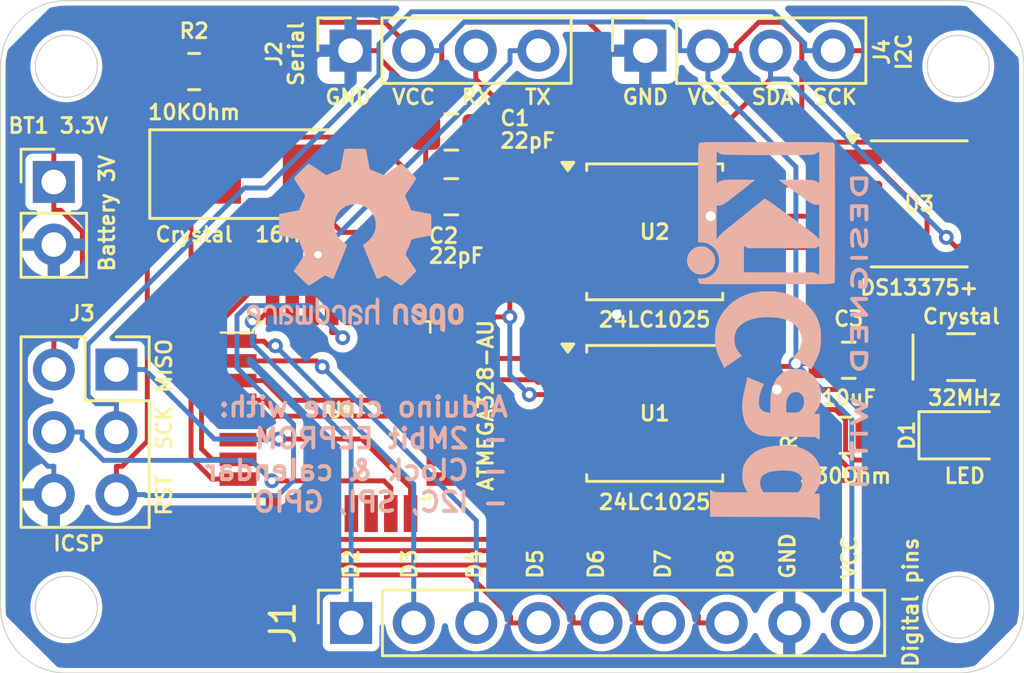
<source format=kicad_pcb>
(kicad_pcb (version 20241229) (generator "pcbnew") (generator_version "9.0")
  (title_block (title "Battery powered Arduino clone with clock &  Extended EEPROM") (date "2025-07-02") (rev "1") (company "DGN Holdings") (comment 1 "Designed by Gathonjia in Nanyuki"))
  (layers (0 "F.Cu" signal) (2 "B.Cu" mixed) (13 "F.Paste" user) (15 "B.Paste" user) (5 "F.SilkS" user "F.Silkscreen") (7 "B.SilkS" user "B.Silkscreen") (1 "F.Mask" user) (3 "B.Mask" user) (25 "Edge.Cuts" user))
  (net 0 "")
  (net 1 "GNDPWR")
  (net 2 "/VCC")
  (net 3 "Net-(U4-PB6)")
  (net 4 "Net-(U4-PB7)")
  (net 5 "Net-(D1-K)")
  (net 6 "/SCK")
  (net 7 "/D7")
  (net 8 "/D6")
  (net 9 "/D5")
  (net 10 "/D4")
  (net 11 "/D3")
  (net 12 "/D8")
  (net 13 "/D2")
  (net 14 "/RX")
  (net 15 "/TX")
  (net 16 "/MOSI")
  (net 17 "/MISO")
  (net 18 "/RESET")
  (net 19 "/SDA")
  (net 20 "/ADDS1")
  (net 21 "/ADDS2")
  (net 23 "Net-(U3-X2)")
  (net 24 "Net-(U3-X1)")
  (footprint "digikey-footprints:TQFP-32_7x7mm" (layer "F.Cu") (at 159.376 83.433)
    (property "Reference" "U4" (hide yes))
    (property "Value" "ATMEGA328-AU")
  )
  (footprint "Connector_PinSocket_2.54mm:PinSocket_2x03_P2.54mm_Vertical" (layer "F.Cu") (at 150.241 81.783)
    (property "Reference" "J3")
    (property "Value" "ICSP")
  )
  (footprint "Connector_PinSocket_2.54mm:PinSocket_1x04_P2.54mm_Vertical" (layer "F.Cu") (at 159.7447 68.834 90)
    (property "Reference" "J2")
    (property "Value" "Serial")
  )
  (footprint "Connector_PinSocket_2.54mm:PinSocket_1x04_P2.54mm_Vertical" (layer "F.Cu") (at 171.704 68.834 90)
    (property "Reference" "J4")
    (property "Value" "I2C")
  )
  (footprint "Capacitor_SMD:C_0805_2012Metric_Pad1.18x1.45mm_HandSolder" (layer "F.Cu") (at 163.83 72.136)
    (property "Reference" "C1")
    (property "Value" "22pF")
  )
  (footprint "Package_SO:SOIC-8_5.3x5.3mm_P1.27mm" (layer "F.Cu") (at 172.085 83.566)
    (property "Reference" "U1" (hide yes))
    (property "Value" "24LC1025")
  )
  (footprint "Capacitor_SMD:C_0805_2012Metric_Pad1.18x1.45mm_HandSolder" (layer "F.Cu") (at 163.83 74.7669)
    (property "Reference" "C2")
    (property "Value" "22pF")
  )
  (footprint "Crystal:Crystal_SMD_MicroCrystal_CC7V-T1A-2Pin_3.2x1.5mm" (layer "F.Cu") (at 184.517 81.28)
    (property "Reference" "Crystal")
    (property "Value" "32MHz")
  )
  (footprint "Capacitor_SMD:C_0805_2012Metric_Pad1.18x1.45mm_HandSolder" (layer "F.Cu") (at 179.958 81.407)
    (property "Reference" "C3")
    (property "Value" "10uF")
  )
  (footprint "Connector_PinHeader_2.54mm:PinHeader_1x02_P2.54mm_Vertical" (layer "F.Cu") (at 147.701 74.168)
    (property "Reference" "BT1 3.3V")
    (property "Value" "Battery 3V")
  )
  (footprint "Resistor_SMD:R_0805_2012Metric_Pad1.20x1.40mm_HandSolder" (layer "F.Cu") (at 153.3947 69.684)
    (property "Reference" "R2")
    (property "Value" "10KOhm")
  )
  (footprint "LED_SMD:LED_0805_2012Metric_Pad1.15x1.40mm_HandSolder" (layer "F.Cu") (at 184.667 84.455)
    (property "Reference" "D1")
    (property "Value" "LED")
  )
  (footprint "Crystal:Crystal_SMD_5032-2Pin_5.0x3.2mm_HandSoldering" (layer "F.Cu") (at 156.1447 73.8469)
    (property "Reference" "Y2" (hide yes))
    (property "Value" "16MHz")
  )
  (footprint "Package_SO:SOIC-8_3.9x4.9mm_P1.27mm" (layer "F.Cu") (at 182.817 75.057)
    (property "Reference" "U3" (hide yes))
    (property "Value" "DS13375+")
  )
  (footprint "Package_SO:SOIC-8_5.3x5.3mm_P1.27mm" (layer "F.Cu") (at 172.085 76.192)
    (property "Reference" "U2" (hide yes))
    (property "Value" "24LC1025")
  )
  (footprint "Connector_PinSocket_2.54mm:PinSocket_1x09_P2.54mm_Vertical" (layer "F.Cu") (at 159.766 92.075 90)
    (property "Reference" "J1")
    (property "Value" "Digital pins")
  )
  (footprint "Resistor_SMD:R_0805_2012Metric_Pad1.20x1.40mm_HandSolder" (layer "F.Cu") (at 179.831 84.455)
    (property "Reference" "R1")
    (property "Value" "330Ohm")
  )
  (footprint "Symbol:OSHW-Logo2_9.8x8mm_SilkScreen" (layer "B.Cu") (at 159.926965 76.5327 180)
    (property "Reference" "REF**" (hide yes))
    (property "Value" "OSHW-Logo2_9.8x8mm_SilkScreen" (hide yes))
  )
  (footprint "Symbol:KiCad-Logo2_6mm_SilkScreen" (layer "B.Cu") (at 176.3776 80.2132 -90)
    (property "Reference" "REF**" (hide yes))
    (property "Value" "KiCad-Logo2_6mm_SilkScreen" (hide yes))
  )
  (gr_arc (start 148.209 94.107) (mid 146.323146 93.325854) (end 145.542 91.44) (stroke (width 0.05)) (layer "Edge.Cuts"))
  (gr_circle (center 148.209 69.469) (end 149.098 70.358) (stroke (width 0.05)) (fill no) (layer "Edge.Cuts"))
  (gr_arc (start 145.542 69.469) (mid 146.323146 67.583146) (end 148.209 66.802) (stroke (width 0.05)) (layer "Edge.Cuts"))
  (gr_circle (center 184.404 69.469) (end 185.293 70.358) (stroke (width 0.05)) (fill no) (layer "Edge.Cuts"))
  (gr_line (start 184.404 94.107) (end 148.209 94.107) (stroke (width 0.05)) (layer "Edge.Cuts"))
  (gr_line (start 145.542 91.44) (end 145.542 69.469) (stroke (width 0.05)) (layer "Edge.Cuts"))
  (gr_arc (start 187.071 91.44) (mid 186.289854 93.325854) (end 184.404 94.107) (stroke (width 0.05)) (layer "Edge.Cuts"))
  (gr_line (start 148.209 66.802) (end 184.404 66.802) (stroke (width 0.05)) (layer "Edge.Cuts"))
  (gr_arc (start 184.404 66.802) (mid 186.289854 67.583146) (end 187.071 69.469) (stroke (width 0.05)) (layer "Edge.Cuts"))
  (gr_circle (center 184.404 91.44) (end 185.293 92.329) (stroke (width 0.05)) (fill no) (layer "Edge.Cuts"))
  (gr_line (start 187.071 69.469) (end 187.071 91.44) (stroke (width 0.05)) (layer "Edge.Cuts"))
  (gr_circle (center 148.209 91.44) (end 149.098 92.329) (stroke (width 0.05)) (fill no) (layer "Edge.Cuts"))
  (gr_text "D2" (at 160.1216 90.3478 90) (layer "F.SilkS") (effects (font (size 0.6 0.6) (thickness 0.12) (bold yes)) (justify left bottom)))
  (gr_text "SCK" (at 178.435 71.0692 0) (layer "F.SilkS") (effects (font (size 0.6 0.6) (thickness 0.12) (bold yes)) (justify left bottom)))
  (gr_text "TX" (at 166.751 71.0692 0) (layer "F.SilkS") (effects (font (size 0.6 0.6) (thickness 0.12) (bold yes)) (justify left bottom)))
  (gr_text "GND" (at 177.8254 90.3478 90) (layer "F.SilkS") (effects (font (size 0.6 0.6) (thickness 0.12) (bold yes)) (justify left bottom)))
  (gr_text "D8" (at 175.3108 90.3478 90) (layer "F.SilkS") (effects (font (size 0.6 0.6) (thickness 0.12) (bold yes)) (justify left bottom)))
  (gr_text "D5" (at 167.5892 90.3478 90) (layer "F.SilkS") (effects (font (size 0.6 0.6) (thickness 0.12) (bold yes)) (justify left bottom)))
  (gr_text "MISO" (at 152.527 82.804 90) (layer "F.SilkS") (effects (font (size 0.6 0.6) (thickness 0.12) (bold yes)) (justify left bottom)))
  (gr_text "RST" (at 152.527 87.7824 90) (layer "F.SilkS") (effects (font (size 0.6 0.6) (thickness 0.12) (bold yes)) (justify left bottom)))
  (gr_text "VCC" (at 161.3662 71.0692 0) (layer "F.SilkS") (effects (font (size 0.6 0.6) (thickness 0.12) (bold yes)) (justify left bottom)))
  (gr_text "RX" (at 164.1856 71.0692 0) (layer "F.SilkS") (effects (font (size 0.6 0.6) (thickness 0.12) (bold yes)) (justify left bottom)))
  (gr_text "GND" (at 158.6484 71.0692 0) (layer "F.SilkS") (effects (font (size 0.6 0.6) (thickness 0.12) (bold yes)) (justify left bottom)))
  (gr_text "D3" (at 162.4838 90.3478 90) (layer "F.SilkS") (effects (font (size 0.6 0.6) (thickness 0.12) (bold yes)) (justify left bottom)))
  (gr_text "VCC" (at 173.355 71.0692 0) (layer "F.SilkS") (effects (font (size 0.6 0.6) (thickness 0.12) (bold yes)) (justify left bottom)))
  (gr_text "SCK" (at 152.527 85.1154 90) (layer "F.SilkS") (effects (font (size 0.6 0.6) (thickness 0.12) (bold yes)) (justify left bottom)))
  (gr_text "D6" (at 170.053 90.3478 90) (layer "F.SilkS") (effects (font (size 0.6 0.6) (thickness 0.12) (bold yes)) (justify left bottom)))
  (gr_text "D7" (at 172.7708 90.3478 90) (layer "F.SilkS") (effects (font (size 0.6 0.6) (thickness 0.12) (bold yes)) (justify left bottom)))
  (gr_text "D4" (at 165.1254 90.3478 90) (layer "F.SilkS") (effects (font (size 0.6 0.6) (thickness 0.12) (bold yes)) (justify left bottom)))
  (gr_text "VCC" (at 180.34 90.3478 90) (layer "F.SilkS") (effects (font (size 0.6 0.6) (thickness 0.12) (bold yes)) (justify left bottom)))
  (gr_text "GND" (at 170.7134 71.0692 0) (layer "F.SilkS") (effects (font (size 0.6 0.6) (thickness 0.12) (bold yes)) (justify left bottom)))
  (gr_text "SDA" (at 175.9458 71.0692 0) (layer "F.SilkS") (effects (font (size 0.6 0.6) (thickness 0.12) (bold yes)) (justify left bottom)))
  (gr_text "Arduino clone with:\n- 2Mbit EEPROM\n- Clock & calendar\n- I2C, SPI, GPIO" (at 166.2203 87.6325 0) (layer "B.SilkS") (effects (font (size 0.8 0.8) (thickness 0.16) (bold yes)) (justify left bottom mirror)))
  (segment (start 156.2261 82.233) (end 157.0261 83.033) (width 0.2) (layer "F.Cu") (net 1))
  (segment (start 169.7818 85.471) (end 168.4975 85.471) (width 0.2) (layer "F.Cu") (net 1))
  (segment (start 168.4975 78.097) (end 168.4975 78.4358) (width 0.2) (layer "F.Cu") (net 1))
  (segment (start 155.176 82.233) (end 156.2261 82.233) (width 0.2) (layer "F.Cu") (net 1))
  (segment (start 170.5539 68.834) (end 169.398 67.6781) (width 0.2) (layer "F.Cu") (net 1))
  (segment (start 169.3458 82.2959) (end 167.3399 82.2959) (width 0.2) (layer "F.Cu") (net 1))
  (segment (start 162.7925 74.7669) (end 162.7925 72.136) (width 0.2) (layer "F.Cu") (net 1))
  (segment (start 171.704 68.834) (end 170.5539 68.834) (width 0.2) (layer "F.Cu") (net 1))
  (segment (start 155.176 82.233) (end 154.1259 82.233) (width 0.2) (layer "F.Cu") (net 1))
  (segment (start 175.6725 75.557) (end 174.3524 75.557) (width 0.2) (layer "F.Cu") (net 1))
  (segment (start 177.0409 82.5958) (end 179.8067 82.5958) (width 0.2) (layer "F.Cu") (net 1))
  (segment (start 163.4449 68.5792) (end 163.4449 69.9842) (width 0.2) (layer "F.Cu") (net 1))
  (segment (start 159.7447 68.834) (end 160.8948 68.834) (width 0.2) (layer "F.Cu") (net 1))
  (segment (start 162.7925 70.6366) (end 162.7925 72.136) (width 0.2) (layer "F.Cu") (net 1))
  (segment (start 165.7013 82.2003) (end 164.8686 83.033) (width 0.2) (layer "F.Cu") (net 1))
  (segment (start 180.831 84.455) (end 180.831 83.6201) (width 0.2) (layer "F.Cu") (net 1))
  (segment (start 155.176 83.833) (end 154.1259 83.833) (width 0.2) (layer "F.Cu") (net 1))
  (segment (start 177.0409 82.5958) (end 176.0077 82.5958) (width 0.2) (layer "F.Cu") (net 1))
  (segment (start 167.3399 82.2959) (end 167.2443 82.2003) (width 0.2) (layer "F.Cu") (net 1))
  (segment (start 167.2443 82.2003) (end 165.7013 82.2003) (width 0.2) (layer "F.Cu") (net 1))
  (segment (start 164.8686 83.033) (end 163.576 83.033) (width 0.2) (layer "F.Cu") (net 1))
  (segment (start 180.342 76.962) (end 179.6794 76.962) (width 0.2) (layer "F.Cu") (net 1))
  (segment (start 164.346 67.6781) (end 163.4449 68.5792) (width 0.2) (layer "F.Cu") (net 1))
  (segment (start 179.8067 82.5958) (end 180.9955 81.407) (width 0.2) (layer "F.Cu") (net 1))
  (segment (start 175.6725 82.931) (end 172.3218 82.931) (width 0.2) (layer "F.Cu") (net 1))
  (segment (start 157.0261 83.033) (end 163.576 83.033) (width 0.2) (layer "F.Cu") (net 1))
  (segment (start 176.0077 82.5958) (end 175.6725 82.931) (width 0.2) (layer "F.Cu") (net 1))
  (segment (start 163.4449 69.9842) (end 162.7925 70.6366) (width 0.2) (layer "F.Cu") (net 1))
  (segment (start 180.831 83.6201) (end 179.8067 82.5958) (width 0.2) (layer "F.Cu") (net 1))
  (segment (start 169.6108 79.5491) (end 170.5401 79.5491) (width 0.2) (layer "F.Cu") (net 1))
  (segment (start 179.6794 76.962) (end 178.2744 75.557) (width 0.2) (layer "F.Cu") (net 1))
  (segment (start 169.6108 79.5491) (end 169.6108 82.0309) (width 0.2) (layer "F.Cu") (net 1))
  (segment (start 172.3218 82.931) (end 169.7818 85.471) (width 0.2) (layer "F.Cu") (net 1))
  (segment (start 168.4975 78.4358) (end 169.6108 79.5491) (width 0.2) (layer "F.Cu") (net 1))
  (segment (start 160.8948 69.1215) (end 160.8948 68.834) (width 0.2) (layer "F.Cu") (net 1))
  (segment (start 169.6108 82.0309) (end 169.3458 82.2959) (width 0.2) (layer "F.Cu") (net 1))
  (segment (start 154.1259 82.233) (end 154.1259 83.833) (width 0.2) (layer "F.Cu") (net 1))
  (segment (start 178.2744 75.557) (end 175.6725 75.557) (width 0.2) (layer "F.Cu") (net 1))
  (segment (start 169.398 67.6781) (end 164.346 67.6781) (width 0.2) (layer "F.Cu") (net 1))
  (segment (start 162.4099 70.6366) (end 160.8948 69.1215) (width 0.2) (layer "F.Cu") (net 1))
  (segment (start 162.7925 70.6366) (end 162.4099 70.6366) (width 0.2) (layer "F.Cu") (net 1))
  (via (at 174.3524 75.557) (size 0.6) (drill 0.4) (layers "F.Cu" "B.Cu") (net 1))
  (via (at 170.5401 79.5491) (size 0.6) (drill 0.4) (layers "F.Cu" "B.Cu") (net 1))
  (via (at 177.0409 82.5958) (size 0.6) (drill 0.4) (layers "F.Cu" "B.Cu") (net 1))
  (segment (start 171.704 72.9086) (end 171.704 68.834) (width 0.2) (layer "B.Cu") (net 1))
  (segment (start 174.3524 75.557) (end 171.704 72.9086) (width 0.2) (layer "B.Cu") (net 1))
  (segment (start 174.3524 79.5491) (end 170.5401 79.5491) (width 0.2) (layer "B.Cu") (net 1))
  (segment (start 147.701 77.8581) (end 146.546 79.0131) (width 0.2) (layer "B.Cu") (net 1))
  (segment (start 147.4627 85.7129) (end 147.701 85.7129) (width 0.2) (layer "B.Cu") (net 1))
  (segment (start 146.546 84.7962) (end 147.4627 85.7129) (width 0.2) (layer "B.Cu") (net 1))
  (segment (start 158.5946 68.834) (end 150.7206 76.708) (width 0.2) (layer "B.Cu") (net 1))
  (segment (start 150.7206 76.708) (end 147.701 76.708) (width 0.2) (layer "B.Cu") (net 1))
  (segment (start 177.546 92.075) (end 177.546 83.1009) (width 0.2) (layer "B.Cu") (net 1))
  (segment (start 177.546 83.1009) (end 177.0409 82.5958) (width 0.2) (layer "B.Cu") (net 1))
  (segment (start 159.7447 68.834) (end 158.5946 68.834) (width 0.2) (layer "B.Cu") (net 1))
  (segment (start 174.3524 75.557) (end 174.3524 79.5491) (width 0.2) (layer "B.Cu") (net 1))
  (segment (start 177.0409 82.2376) (end 174.3524 79.5491) (width 0.2) (layer "B.Cu") (net 1))
  (segment (start 177.0409 82.5958) (end 177.0409 82.2376) (width 0.2) (layer "B.Cu") (net 1))
  (segment (start 147.701 86.863) (end 147.701 85.7129) (width 0.2) (layer "B.Cu") (net 1))
  (segment (start 147.701 76.708) (end 147.701 77.8581) (width 0.2) (layer "B.Cu") (net 1))
  (segment (start 146.546 79.0131) (end 146.546 84.7962) (width 0.2) (layer "B.Cu") (net 1))
  (segment (start 147.701 74.168) (end 147.701 75.3181) (width 0.2) (layer "F.Cu") (net 2))
  (segment (start 178.054 71.3262) (end 178.054 68.4729) (width 0.2) (layer "F.Cu") (net 2))
  (segment (start 178.7848 81.5427) (end 177.8144 81.5427) (width 0.2) (layer "F.Cu") (net 2))
  (segment (start 163.576 83.833) (end 162.5259 83.833) (width 0.2) (layer "F.Cu") (net 2))
  (segment (start 164.6261 84.1493) (end 164.6778 84.201) (width 0.2) (layer "F.Cu") (net 2))
  (segment (start 162.5259 83.833) (end 162.3693 83.6764) (width 0.2) (layer "F.Cu") (net 2))
  (segment (start 151.8182 68.6768) (end 147.701 72.794) (width 0.2) (layer "F.Cu") (net 2))
  (segment (start 148.8591 79.4748) (end 147.701 80.6329) (width 0.2) (layer "F.Cu") (net 2))
  (segment (start 174.244 68.834) (end 175.3941 68.834) (width 0.2) (layer "F.Cu") (net 2))
  (segment (start 168.4975 76.827) (end 168.6968 76.827) (width 0.2) (layer "F.Cu") (net 2))
  (segment (start 168.4975 84.201) (end 164.6778 84.201) (width 0.2) (layer "F.Cu") (net 2))
  (segment (start 154.3947 69.684) (end 153.3875 68.6768) (width 0.2) (layer "F.Cu") (net 2))
  (segment (start 164.6778 85.3813) (end 164.6261 85.433) (width 0.2) (layer "F.Cu") (net 2))
  (segment (start 162.2847 68.834) (end 161.1345 67.6838) (width 0.2) (layer "F.Cu") (net 2))
  (segment (start 184.6901 72.5501) (end 185.292 73.152) (width 0.2) (layer "F.Cu") (net 2))
  (segment (start 147.701 81.783) (end 147.701 80.6329) (width 0.2) (layer "F.Cu") (net 2))
  (segment (start 171.3626 79.4928) (end 171.3626 81.661) (width 0.2) (layer "F.Cu") (net 2))
  (segment (start 163.576 83.833) (end 164.6261 83.833) (width 0.2) (layer "F.Cu") (net 2))
  (segment (start 156.6921 83.499) (end 156.2261 83.033) (width 0.2) (layer "F.Cu") (net 2))
  (segment (start 155.176 84.633) (end 156.2261 84.633) (width 0.2) (layer "F.Cu") (net 2))
  (segment (start 178.422 73.406) (end 179.2779 72.5501) (width 0.2) (layer "F.Cu") (net 2))
  (segment (start 176.306 67.6838) (end 175.3941 68.5957) (width 0.2) (layer "F.Cu") (net 2))
  (segment (start 179.827 75.692) (end 178.422 74.287) (width 0.2) (layer "F.Cu") (net 2))
  (segment (start 177.6961 81.661) (end 175.6725 81.661) (width 0.2) (layer "F.Cu") (net 2))
  (segment (start 164.6261 83.833) (end 164.6261 84.1493) (width 0.2) (layer "F.Cu") (net 2))
  (segment (start 177.8144 81.5427) (end 177.6961 81.661) (width 0.2) (layer "F.Cu") (net 2))
  (segment (start 153.3875 68.6768) (end 151.8182 68.6768) (width 0.2) (layer "F.Cu") (net 2))
  (segment (start 161.1345 67.6838) (end 156.3949 67.6838) (width 0.2) (layer "F.Cu") (net 2))
  (segment (start 164.6778 84.201) (end 164.6778 85.3813) (width 0.2) (layer "F.Cu") (net 2))
  (segment (start 147.701 75.3181) (end 147.9885 75.3181) (width 0.2) (layer "F.Cu") (net 2))
  (segment (start 168.8226 84.201) (end 168.4975 84.201) (width 0.2) (layer "F.Cu") (net 2))
  (segment (start 178.422 74.287) (end 178.422 73.406) (width 0.2) (layer "F.Cu") (net 2))
  (segment (start 178.9205 81.407) (end 178.7848 81.5427) (width 0.2) (layer "F.Cu") (net 2))
  (segment (start 156.2261 84.1424) (end 156.2261 84.633) (width 0.2) (layer "F.Cu") (net 2))
  (segment (start 147.701 72.794) (end 147.701 74.168) (width 0.2) (layer "F.Cu") (net 2))
  (segment (start 162.3693 83.6764) (end 156.6921 83.6764) (width 0.2) (layer "F.Cu") (net 2))
  (segment (start 179.2779 72.5501) (end 178.054 71.3262) (width 0.2) (layer "F.Cu") (net 2))
  (segment (start 148.8591 76.1887) (end 148.8591 79.4748) (width 0.2) (layer "F.Cu") (net 2))
  (segment (start 155.176 83.033) (end 156.2261 83.033) (width 0.2) (layer "F.Cu") (net 2))
  (segment (start 156.6921 83.6764) (end 156.6921 83.499) (width 0.2) (layer "F.Cu") (net 2))
  (segment (start 179.2779 72.5501) (end 184.6901 72.5501) (width 0.2) (layer "F.Cu") (net 2))
  (segment (start 177.2649 67.6838) (end 176.306 67.6838) (width 0.2) (layer "F.Cu") (net 2))
  (segment (start 171.3626 81.661) (end 168.8226 84.201) (width 0.2) (layer "F.Cu") (net 2))
  (segment (start 156.6921 83.6764) (end 156.2261 84.1424) (width 0.2) (layer "F.Cu") (net 2))
  (segment (start 178.422 74.287) (end 175.6725 74.287) (width 0.2) (layer "F.Cu") (net 2))
  (segment (start 147.9885 75.3181) (end 148.8591 76.1887) (width 0.2) (layer "F.Cu") (net 2))
  (segment (start 168.6968 76.827) (end 171.3626 79.4928) (width 0.2) (layer "F.Cu") (net 2))
  (segment (start 156.3949 67.6838) (end 154.3947 69.684) (width 0.2) (layer "F.Cu") (net 2))
  (segment (start 175.3941 68.5957) (end 175.3941 68.834) (width 0.2) (layer "F.Cu") (net 2))
  (segment (start 175.6725 81.661) (end 171.3626 81.661) (width 0.2) (layer "F.Cu") (net 2))
  (segment (start 178.054 68.4729) (end 177.2649 67.6838) (width 0.2) (layer "F.Cu") (net 2))
  (segment (start 163.576 85.433) (end 164.6261 85.433) (width 0.2) (layer "F.Cu") (net 2))
  (segment (start 180.342 75.692) (end 179.827 75.692) (width 0.2) (layer "F.Cu") (net 2))
  (via (at 177.8144 81.5427) (size 0.6) (drill 0.4) (layers "F.Cu" "B.Cu") (net 2))
  (segment (start 177.8144 81.5427) (end 177.8144 73.5545) (width 0.2) (layer "B.Cu") (net 2))
  (segment (start 180.086 83.8143) (end 177.8144 81.5427) (width 0.2) (layer "B.Cu") (net 2))
  (segment (start 177.8144 73.5545) (end 174.244 69.9841) (width 0.2) (layer "B.Cu") (net 2))
  (segment (start 174.244 68.834) (end 174.244 69.9841) (width 0.2) (layer "B.Cu") (net 2))
  (segment (start 174.244 68.834) (end 173.0939 68.834) (width 0.2) (layer "B.Cu") (net 2))
  (segment (start 180.086 90.9249) (end 180.086 83.8143) (width 0.2) (layer "B.Cu") (net 2))
  (segment (start 180.086 92.075) (end 180.086 90.9249) (width 0.2) (layer "B.Cu") (net 2))
  (segment (start 163.4348 68.5957) (end 163.4348 68.834) (width 0.2) (layer "B.Cu") (net 2))
  (segment (start 173.0939 68.834) (end 173.0939 68.0433) (width 0.2) (layer "B.Cu") (net 2))
  (segment (start 172.7195 67.6689) (end 164.3616 67.6689) (width 0.2) (layer "B.Cu") (net 2))
  (segment (start 173.0939 68.0433) (end 172.7195 67.6689) (width 0.2) (layer "B.Cu") (net 2))
  (segment (start 162.2847 68.834) (end 163.4348 68.834) (width 0.2) (layer "B.Cu") (net 2))
  (segment (start 164.3616 67.6689) (end 163.4348 68.5957) (width 0.2) (layer "B.Cu") (net 2))
  (segment (start 158.7447 75.5682) (end 153.6948 80.6181) (width 0.2) (layer "F.Cu") (net 3))
  (segment (start 153.6948 80.6181) (end 153.6948 85.0019) (width 0.2) (layer "F.Cu") (net 3))
  (segment (start 155.176 85.433) (end 154.1259 85.433) (width 0.2) (layer "F.Cu") (net 3))
  (segment (start 159.3896 76.2131) (end 158.7447 75.5682) (width 0.2) (layer "F.Cu") (net 3))
  (segment (start 158.7447 73.8469) (end 158.7447 75.347) (width 0.2) (layer "F.Cu") (net 3))
  (segment (start 165.0151 76.2131) (end 159.3896 76.2131) (width 0.2) (layer "F.Cu") (net 3))
  (segment (start 158.7447 75.347) (end 158.7447 75.5682) (width 0.2) (layer "F.Cu") (net 3))
  (segment (start 153.6948 85.0019) (end 154.1259 85.433) (width 0.2) (layer "F.Cu") (net 3))
  (segment (start 165.7636 75.4646) (end 165.0151 76.2131) (width 0.2) (layer "F.Cu") (net 3))
  (segment (start 165.7636 73.0321) (end 165.7636 75.4646) (width 0.2) (layer "F.Cu") (net 3))
  (segment (start 164.8675 72.136) (end 165.7636 73.0321) (width 0.2) (layer "F.Cu") (net 3))
  (segment (start 153.5447 75.347) (end 153.2692 75.6225) (width 0.2) (layer "F.Cu") (net 4))
  (segment (start 160.6409 72.3468) (end 153.5447 72.3468) (width 0.2) (layer "F.Cu") (net 4))
  (segment (start 153.5447 73.8469) (end 153.5447 75.347) (width 0.2) (layer "F.Cu") (net 4))
  (segment (start 164.8675 74.7669) (end 163.8314 75.803) (width 0.2) (layer "F.Cu") (net 4))
  (segment (start 161.9038 73.6097) (end 160.6409 72.3468) (width 0.2) (layer "F.Cu") (net 4))
  (segment (start 153.2692 85.3763) (end 154.1259 86.233) (width 0.2) (layer "F.Cu") (net 4))
  (segment (start 153.2692 75.6225) (end 153.2692 85.3763) (width 0.2) (layer "F.Cu") (net 4))
  (segment (start 155.176 86.233) (end 154.1259 86.233) (width 0.2) (layer "F.Cu") (net 4))
  (segment (start 153.5447 73.8469) (end 153.5447 72.3468) (width 0.2) (layer "F.Cu") (net 4))
  (segment (start 162.2318 75.803) (end 161.9038 75.475) (width 0.2) (layer "F.Cu") (net 4))
  (segment (start 161.9038 75.475) (end 161.9038 73.6097) (width 0.2) (layer "F.Cu") (net 4))
  (segment (start 163.8314 75.803) (end 162.2318 75.803) (width 0.2) (layer "F.Cu") (net 4))
  (segment (start 178.831 84.455) (end 178.831 84.6672) (width 0.2) (layer "F.Cu") (net 5))
  (segment (start 182.2337 85.8633) (end 183.642 84.455) (width 0.2) (layer "F.Cu") (net 5))
  (segment (start 180.0271 85.8633) (end 182.2337 85.8633) (width 0.2) (layer "F.Cu") (net 5))
  (segment (start 178.831 84.6672) (end 180.0271 85.8633) (width 0.2) (layer "F.Cu") (net 5))
  (segment (start 185.692 82.5211) (end 185.692 84.455) (width 0.2) (layer "F.Cu") (net 6))
  (segment (start 185.72 75.692) (end 186.6151 74.7969) (width 0.2) (layer "F.Cu") (net 6))
  (segment (start 186.3502 82.5211) (end 185.692 82.5211) (width 0.2) (layer "F.Cu") (net 6))
  (segment (start 185.292 75.692) (end 185.72 75.692) (width 0.2) (layer "F.Cu") (net 6))
  (segment (start 186.5695 82.3018) (end 186.3502 82.5211) (width 0.2) (layer "F.Cu") (net 6))
  (segment (start 180.2519 78.4107) (end 180.0057 78.4107) (width 0.2) (layer "F.Cu") (net 6))
  (segment (start 185.72 75.692) (end 186.5695 76.5415) (width 0.2) (layer "F.Cu") (net 6))
  (segment (start 163.576 86.233) (end 164.6261 86.233) (width 0.2) (layer "F.Cu") (net 6))
  (segment (start 182.4668 80.6256) (end 180.2519 78.4107) (width 0.2) (layer "F.Cu") (net 6))
  (segment (start 176.8769 86.2877) (end 176.7857 86.1965) (width 0.2) (layer "F.Cu") (net 6))
  (segment (start 186.6151 74.7969) (end 186.6151 72.8616) (width 0.2) (layer "F.Cu") (net 6))
  (segment (start 176.7857 86.1965) (end 176.7857 85.0439) (width 0.2) (layer "F.Cu") (net 6))
  (segment (start 182.8293 71.1892) (end 180.4741 68.834) (width 0.2) (layer "F.Cu") (net 6))
  (segment (start 185.692 84.455) (end 183.8593 86.2877) (width 0.2) (layer "F.Cu") (net 6))
  (segment (start 180.0057 78.4107) (end 178.422 76.827) (width 0.2) (layer "F.Cu") (net 6))
  (segment (start 182.6027 82.5211) (end 182.4668 82.3852) (width 0.2) (layer "F.Cu") (net 6))
  (segment (start 179.324 68.834) (end 180.4741 68.834) (width 0.2) (layer "F.Cu") (net 6))
  (segment (start 182.4668 82.3852) (end 182.4668 80.6256) (width 0.2) (layer "F.Cu") (net 6))
  (segment (start 164.6626 86.1965) (end 164.6261 86.233) (width 0.2) (layer "F.Cu") (net 6))
  (segment (start 176.7857 86.1965) (end 164.6626 86.1965) (width 0.2) (layer "F.Cu") (net 6))
  (segment (start 186.6151 72.8616) (end 184.9427 71.1892) (width 0.2) (layer "F.Cu") (net 6))
  (segment (start 184.9427 71.1892) (end 182.8293 71.1892) (width 0.2) (layer "F.Cu") (net 6))
  (segment (start 186.5695 76.5415) (end 186.5695 82.3018) (width 0.2) (layer "F.Cu") (net 6))
  (segment (start 175.9428 84.201) (end 175.6725 84.201) (width 0.2) (layer "F.Cu") (net 6))
  (segment (start 176.7857 85.0439) (end 175.9428 84.201) (width 0.2) (layer "F.Cu") (net 6))
  (segment (start 178.422 76.827) (end 175.6725 76.827) (width 0.2) (layer "F.Cu") (net 6))
  (segment (start 183.8593 86.2877) (end 176.8769 86.2877) (width 0.2) (layer "F.Cu") (net 6))
  (segment (start 185.692 82.5211) (end 182.6027 82.5211) (width 0.2) (layer "F.Cu") (net 6))
  (segment (start 176.8836 67.2562) (end 162.2132 67.2562) (width 0.2) (layer "B.Cu") (net 6))
  (segment (start 179.324 68.834) (end 178.1739 68.834) (width 0.2) (layer "B.Cu") (net 6))
  (segment (start 160.8949 69.8225) (end 156.3056 74.4118) (width 0.2) (layer "B.Cu") (net 6))
  (segment (start 155.4352 74.4118) (end 149.0908 80.7562) (width 0.2) (layer "B.Cu") (net 6))
  (segment (start 178.1739 68.834) (end 178.1739 68.5465) (width 0.2) (layer "B.Cu") (net 6))
  (segment (start 178.1739 68.5465) (end 176.8836 67.2562) (width 0.2) (layer "B.Cu") (net 6))
  (segment (start 156.3056 74.4118) (end 155.4352 74.4118) (width 0.2) (layer "B.Cu") (net 6))
  (segment (start 150.241 84.323) (end 150.241 83.1729) (width 0.2) (layer "B.Cu") (net 6))
  (segment (start 162.2132 67.2562) (end 160.8949 68.5745) (width 0.2) (layer "B.Cu") (net 6))
  (segment (start 149.0908 82.836) (end 149.4277 83.1729) (width 0.2) (layer "B.Cu") (net 6))
  (segment (start 149.4277 83.1729) (end 150.241 83.1729) (width 0.2) (layer "B.Cu") (net 6))
  (segment (start 160.8949 68.5745) (end 160.8949 69.8225) (width 0.2) (layer "B.Cu") (net 6))
  (segment (start 149.0908 80.7562) (end 149.0908 82.836) (width 0.2) (layer "B.Cu") (net 6))
  (segment (start 158.176 87.633) (end 158.176 88.6831) (width 0.2) (layer "F.Cu") (net 7))
  (segment (start 172.466 92.075) (end 171.3159 92.075) (width 0.2) (layer "F.Cu") (net 7))
  (segment (start 171.3159 91.7875) (end 171.3159 92.075) (width 0.2) (layer "F.Cu") (net 7))
  (segment (start 168.6704 89.142) (end 171.3159 91.7875) (width 0.2) (layer "F.Cu") (net 7))
  (segment (start 158.176 88.6831) (end 158.6349 89.142) (width 0.2) (layer "F.Cu") (net 7))
  (segment (start 158.6349 89.142) (end 168.6704 89.142) (width 0.2) (layer "F.Cu") (net 7))
  (segment (start 168.7759 91.8119) (end 168.7759 92.075) (width 0.2) (layer "F.Cu") (net 8))
  (segment (start 169.926 92.075) (end 168.7759 92.075) (width 0.2) (layer "F.Cu") (net 8))
  (segment (start 157.376 87.633) (end 157.376 88.6831) (width 0.2) (layer "F.Cu") (net 8))
  (segment (start 157.376 88.6831) (end 158.4175 89.7246) (width 0.2) (layer "F.Cu") (net 8))
  (segment (start 158.4175 89.7246) (end 166.6886 89.7246) (width 0.2) (layer "F.Cu") (net 8))
  (segment (start 166.6886 89.7246) (end 168.7759 91.8119) (width 0.2) (layer "F.Cu") (net 8))
  (segment (start 164.5464 90.1247) (end 158.0176 90.1247) (width 0.2) (layer "F.Cu") (net 9))
  (segment (start 167.386 92.075) (end 166.2359 92.075) (width 0.2) (layer "F.Cu") (net 9))
  (segment (start 158.0176 90.1247) (end 156.576 88.6831) (width 0.2) (layer "F.Cu") (net 9))
  (segment (start 156.576 87.633) (end 156.576 88.6831) (width 0.2) (layer "F.Cu") (net 9))
  (segment (start 166.2359 92.075) (end 166.2359 91.8142) (width 0.2) (layer "F.Cu") (net 9))
  (segment (start 166.2359 91.8142) (end 164.5464 90.1247) (width 0.2) (layer "F.Cu") (net 9))
  (segment (start 158.3561 81.433) (end 155.176 81.433) (width 0.2) (layer "F.Cu") (net 10))
  (segment (start 158.5947 81.6716) (end 158.3561 81.433) (width 0.2) (layer "F.Cu") (net 10))
  (via (at 158.5947 81.6716) (size 0.6) (drill 0.3) (layers "F.Cu" "B.Cu") (net 10))
  (segment (start 164.846 92.075) (end 164.846 87.9229) (width 0.2) (layer "B.Cu") (net 10))
  (segment (start 164.846 87.9229) (end 158.5947 81.6716) (width 0.2) (layer "B.Cu") (net 10))
  (segment (start 156.6926 80.8199) (end 156.413 80.8199) (width 0.2) (layer "F.Cu") (net 11))
  (segment (start 156.413 80.8199) (end 156.2261 80.633) (width 0.2) (layer "F.Cu") (net 11))
  (segment (start 155.176 80.633) (end 156.2261 80.633) (width 0.2) (layer "F.Cu") (net 11))
  (via (at 156.6926 80.8199) (size 0.6) (drill 0.3) (layers "F.Cu" "B.Cu") (net 11))
  (segment (start 162.306 92.075) (end 162.306 86.4333) (width 0.2) (layer "B.Cu") (net 11))
  (segment (start 162.306 86.4333) (end 156.6926 80.8199) (width 0.2) (layer "B.Cu") (net 11))
  (segment (start 173.8559 92.075) (end 173.8559 91.7875) (width 0.2) (layer "F.Cu") (net 12))
  (segment (start 158.976 87.633) (end 158.976 88.6831) (width 0.2) (layer "F.Cu") (net 12))
  (segment (start 170.7515 88.6831) (end 158.976 88.6831) (width 0.2) (layer "F.Cu") (net 12))
  (segment (start 173.8559 91.7875) (end 170.7515 88.6831) (width 0.2) (layer "F.Cu") (net 12))
  (segment (start 175.006 92.075) (end 173.8559 92.075) (width 0.2) (layer "F.Cu") (net 12))
  (segment (start 155.7553 79.8368) (end 155.9722 79.8368) (width 0.2) (layer "F.Cu") (net 13))
  (segment (start 155.9722 79.8368) (end 156.576 79.233) (width 0.2) (layer "F.Cu") (net 13))
  (via (at 155.7553 79.8368) (size 0.6) (drill 0.3) (layers "F.Cu" "B.Cu") (net 13))
  (segment (start 159.7659 84.7417) (end 159.7659 90.9249) (width 0.2) (layer "B.Cu") (net 13))
  (segment (start 155.7553 80.7311) (end 159.7659 84.7417) (width 0.2) (layer "B.Cu") (net 13))
  (segment (start 159.766 92.075) (end 159.766 90.9249) (width 0.2) (layer "B.Cu") (net 13))
  (segment (start 155.7553 79.8368) (end 155.7553 80.7311) (width 0.2) (layer "B.Cu") (net 13))
  (segment (start 159.7659 90.9249) (end 159.766 90.9249) (width 0.2) (layer "B.Cu") (net 13))
  (segment (start 164.8247 68.834) (end 164.8247 69.9841) (width 0.2) (layer "F.Cu") (net 14))
  (segment (start 165.0928 76.7013) (end 160.0469 76.7013) (width 0.2) (layer "F.Cu") (net 14))
  (segment (start 166.1711 71.3305) (end 166.1711 75.623) (width 0.2) (layer "F.Cu") (net 14))
  (segment (start 164.8247 69.9841) (end 166.1711 71.3305) (width 0.2) (layer "F.Cu") (net 14))
  (segment (start 166.1711 75.623) (end 165.0928 76.7013) (width 0.2) (layer "F.Cu") (net 14))
  (segment (start 162.5896 76.5514) (end 161.108 78.033) (width 0.2) (layer "F.Cu") (net 14))
  (segment (start 158.176 79.233) (end 158.176 78.1829) (width 0.2) (layer "F.Cu") (net 14))
  (segment (start 158.5653 78.1829) (end 158.176 78.1829) (width 0.2) (layer "F.Cu") (net 14))
  (segment (start 157.376 78.1663) (end 157.376 79.233) (width 0.2) (layer "F.Cu") (net 15))
  (segment (start 158.4203 77.122) (end 157.376 78.1663) (width 0.2) (layer "F.Cu") (net 15))
  (via (at 158.4203 77.122) (size 0.6) (drill 0.3) (layers "F.Cu" "B.Cu") (net 15))
  (segment (start 167.3647 68.834) (end 166.2146 68.834) (width 0.2) (layer "B.Cu") (net 15))
  (segment (start 166.2146 68.834) (end 166.2146 69.3277) (width 0.2) (layer "B.Cu") (net 15))
  (segment (start 166.2146 69.3277) (end 158.4203 77.122) (width 0.2) (layer "B.Cu") (net 15))
  (segment (start 161.376 87.633) (end 161.376 86.5829) (width 0.2) (layer "F.Cu") (net 16))
  (segment (start 161.0968 86.3037) (end 161.376 86.5829) (width 0.2) (layer "F.Cu") (net 16))
  (segment (start 156.5509 86.3037) (end 161.0968 86.3037) (width 0.2) (layer "F.Cu") (net 16))
  (via (at 156.5509 86.3037) (size 0.6) (drill 0.3) (layers "F.Cu" "B.Cu") (net 16))
  (segment (start 149.7136 85.4731) (end 155.7203 85.4731) (width 0.2) (layer "B.Cu") (net 16))
  (segment (start 148.8511 84.323) (end 148.8511 84.6106) (width 0.2) (layer "B.Cu") (net 16))
  (segment (start 148.8511 84.6106) (end 149.7136 85.4731) (width 0.2) (layer "B.Cu") (net 16))
  (segment (start 155.7203 85.4731) (end 156.5509 86.3037) (width 0.2) (layer "B.Cu") (net 16))
  (segment (start 147.701 84.323) (end 148.8511 84.323) (width 0.2) (layer "B.Cu") (net 16))
  (segment (start 162.176 86.5829) (end 160.1987 84.6056) (width 0.2) (layer "F.Cu") (net 17))
  (segment (start 162.176 87.633) (end 162.176 86.5829) (width 0.2) (layer "F.Cu") (net 17))
  (segment (start 160.1987 84.6056) (end 156.8289 84.6056) (width 0.2) (layer "F.Cu") (net 17))
  (via (at 156.8289 84.6056) (size 0.6) (drill 0.3) (layers "F.Cu" "B.Cu") (net 17))
  (segment (start 154.2137 84.6056) (end 156.8289 84.6056) (width 0.2) (layer "B.Cu") (net 17))
  (segment (start 151.3911 81.783) (end 154.2137 84.6056) (width 0.2) (layer "B.Cu") (net 17))
  (segment (start 150.241 81.783) (end 151.3911 81.783) (width 0.2) (layer "B.Cu") (net 17))
  (segment (start 152.3947 69.684) (end 151.4946 70.5841) (width 0.2) (layer "F.Cu") (net 18))
  (segment (start 151.4946 70.5841) (end 151.4946 84.6976) (width 0.2) (layer "F.Cu") (net 18))
  (segment (start 159.2167 80.2831) (end 158.976 80.2831) (width 0.2) (layer "F.Cu") (net 18))
  (segment (start 150.241 86.863) (end 150.241 85.7129) (width 0.2) (layer "F.Cu") (net 18))
  (segment (start 158.976 79.233) (end 158.976 80.2831) (width 0.2) (layer "F.Cu") (net 18))
  (segment (start 159.4242 80.4906) (end 159.2167 80.2831) (width 0.2) (layer "F.Cu") (net 18))
  (segment (start 150.4793 85.7129) (end 150.241 85.7129) (width 0.2) (layer "F.Cu") (net 18))
  (segment (start 151.4946 84.6976) (end 150.4793 85.7129) (width 0.2) (layer "F.Cu") (net 18))
  (via (at 159.4242 80.4906) (size 0.6) (drill 0.3) (layers "F.Cu" "B.Cu") (net 18))
  (segment (start 155.5418 79.1911) (end 158.1247 79.1911) (width 0.2) (layer "B.Cu") (net 18))
  (segment (start 150.241 86.863) (end 151.3911 86.863) (width 0.2) (layer "B.Cu") (net 18))
  (segment (start 158.1247 79.1911) (end 159.4242 80.4906) (width 0.2) (layer "B.Cu") (net 18))
  (segment (start 151.3911 86.863) (end 151.4319 86.9038) (width 0.2) (layer "B.Cu") (net 18))
  (segment (start 156.7995 86.9038) (end 157.4291 86.2742) (width 0.2) (layer "B.Cu") (net 18))
  (segment (start 157.4291 86.2742) (end 157.4291 84.0054) (width 0.2) (layer "B.Cu") (net 18))
  (segment (start 155.134 81.7103) (end 155.134 79.5989) (width 0.2) (layer "B.Cu") (net 18))
  (segment (start 155.134 79.5989) (end 155.5418 79.1911) (width 0.2) (layer "B.Cu") (net 18))
  (segment (start 151.4319 86.9038) (end 156.7995 86.9038) (width 0.2) (layer "B.Cu") (net 18))
  (segment (start 157.4291 84.0054) (end 155.134 81.7103) (width 0.2) (layer "B.Cu") (net 18))
  (segment (start 173.7427 73.0254) (end 173.7427 73.6431) (width 0.2) (layer "F.Cu") (net 19))
  (segment (start 175.4064 85.471) (end 175.6725 85.471) (width 0.2) (layer "F.Cu") (net 19))
  (segment (start 176.784 69.9841) (end 173.7427 73.0254) (width 0.2) (layer "F.Cu") (net 19))
  (segment (start 160.576 79.233) (end 160.576 78.1829) (width 0.2) (layer "F.Cu") (net 19))
  (segment (start 174.5122 84.5768) (end 175.4064 85.471) (width 0.2) (layer "F.Cu") (net 19))
  (segment (start 173.7427 76.3865) (end 175.4532 78.097) (width 0.2) (layer "F.Cu") (net 19))
  (segment (start 176.784 68.834) (end 176.784 69.9841) (width 0.2) (layer "F.Cu") (net 19))
  (segment (start 167.6583 73.6431) (end 167.1194 74.182) (width 0.2) (layer "F.Cu") (net 19))
  (segment (start 177.9298 83.4113) (end 177.775 83.5661) (width 0.2) (layer "F.Cu") (net 19))
  (segment (start 175.4532 78.097) (end 175.6725 78.097) (width 0.2) (layer "F.Cu") (net 19))
  (segment (start 174.8069 83.5661) (end 174.5122 83.8608) (width 0.2) (layer "F.Cu") (net 19))
  (segment (start 176.9512 79.3757) (end 180.5996 79.3757) (width 0.2) (layer "F.Cu") (net 19))
  (segment (start 179.831 85.1013) (end 179.831 83.8201) (width 0.2) (layer "F.Cu") (net 19))
  (segment (start 184.4639 76.962) (end 183.9177 76.4158) (width 0.2) (layer "F.Cu") (net 19))
  (segment (start 175.6725 78.097) (end 176.9512 79.3757) (width 0.2) (layer "F.Cu") (net 19))
  (segment (start 180.1893 85.4596) (end 179.831 85.1013) (width 0.2) (layer "F.Cu") (net 19))
  (segment (start 164.1771 78.1829) (end 160.576 78.1829) (width 0.2) (layer "F.Cu") (net 19))
  (segment (start 179.831 83.8201) (end 179.4222 83.4113) (width 0.2) (layer "F.Cu") (net 19))
  (segment (start 167.1194 75.2406) (end 164.1771 78.1829) (width 0.2) (layer "F.Cu") (net 19))
  (segment (start 181.9159 80.692) (end 181.9159 85.0161) (width 0.2) (layer "F.Cu") (net 19))
  (segment (start 173.7427 73.6431) (end 167.6583 73.6431) (width 0.2) (layer "F.Cu") (net 19))
  (segment (start 181.4724 85.4596) (end 180.1893 85.4596) (width 0.2) (layer "F.Cu") (net 19))
  (segment (start 167.1194 74.182) (end 167.1194 75.2406) (width 0.2) (layer "F.Cu") (net 19))
  (segment (start 180.5996 79.3757) (end 181.9159 80.692) (width 0.2) (layer "F.Cu") (net 19))
  (segment (start 174.5122 83.8608) (end 174.5122 84.5768) (width 0.2) (layer "F.Cu") (net 19))
  (segment (start 179.4222 83.4113) (end 177.9298 83.4113) (width 0.2) (layer "F.Cu") (net 19))
  (segment (start 185.292 76.962) (end 184.4639 76.962) (width 0.2) (layer "F.Cu") (net 19))
  (segment (start 181.9159 85.0161) (end 181.4724 85.4596) (width 0.2) (layer "F.Cu") (net 19))
  (segment (start 177.775 83.5661) (end 174.8069 83.5661) (width 0.2) (layer "F.Cu") (net 19))
  (segment (start 173.7427 73.6431) (end 173.7427 76.3865) (width 0.2) (layer "F.Cu") (net 19))
  (via (at 183.9177 76.4158) (size 0.6) (drill 0.3) (layers "F.Cu" "B.Cu") (net 19))
  (segment (start 176.784 69.9841) (end 177.486 69.9841) (width 0.2) (layer "B.Cu") (net 19))
  (segment (start 176.784 68.834) (end 176.784 69.9841) (width 0.2) (layer "B.Cu") (net 19))
  (segment (start 177.486 69.9841) (end 183.9177 76.4158) (width 0.2) (layer "B.Cu") (net 19))
  (segment (start 168.7766 74.287) (end 169.644 75.1544) (width 0.2) (layer "F.Cu") (net 20))
  (segment (start 168.4975 81.661) (end 168.171 81.3345) (width 0.2) (layer "F.Cu") (net 20))
  (segment (start 163.576 81.433) (end 164.6261 81.433) (width 0.2) (layer "F.Cu") (net 20))
  (segment (start 169.644 75.919) (end 169.371 76.192) (width 0.2) (layer "F.Cu") (net 20))
  (segment (start 169.644 75.1544) (end 169.644 75.919) (width 0.2) (layer "F.Cu") (net 20))
  (segment (start 167.3605 81.3345) (end 164.7246 81.3345) (width 0.2) (layer "F.Cu") (net 20))
  (segment (start 168.4975 74.287) (end 168.7766 74.287) (width 0.2) (layer "F.Cu") (net 20))
  (segment (start 167.3605 76.4964) (end 167.3605 81.3345) (width 0.2) (layer "F.Cu") (net 20))
  (segment (start 164.7246 81.3345) (end 164.6261 81.433) (width 0.2) (layer "F.Cu") (net 20))
  (segment (start 169.371 76.192) (end 167.6649 76.192) (width 0.2) (layer "F.Cu") (net 20))
  (segment (start 168.171 81.3345) (end 167.3605 81.3345) (width 0.2) (layer "F.Cu") (net 20))
  (segment (start 167.6649 76.192) (end 167.3605 76.4964) (width 0.2) (layer "F.Cu") (net 20))
  (segment (start 168.4975 75.557) (end 167.734 75.557) (width 0.2) (layer "F.Cu") (net 21))
  (segment (start 164.6261 80.633) (end 165.6102 79.6489) (width 0.2) (layer "F.Cu") (net 21))
  (segment (start 167.734 75.557) (end 166.2051 77.0859) (width 0.2) (layer "F.Cu") (net 21))
  (segment (start 166.9957 82.8004) (end 168.3669 82.8004) (width 0.2) (layer "F.Cu") (net 21))
  (segment (start 163.576 80.633) (end 164.6261 80.633) (width 0.2) (layer "F.Cu") (net 21))
  (segment (start 165.6102 79.6489) (end 166.2051 79.6489) (width 0.2) (layer "F.Cu") (net 21))
  (segment (start 166.2051 77.0859) (end 166.2051 79.6489) (width 0.2) (layer "F.Cu") (net 21))
  (segment (start 168.3669 82.8004) (end 168.4975 82.931) (width 0.2) (layer "F.Cu") (net 21))
  (via (at 166.9957 82.8004) (size 0.6) (drill 0.3) (layers "F.Cu" "B.Cu") (net 21))
  (via (at 166.2051 79.6489) (size 0.6) (drill 0.3) (layers "F.Cu" "B.Cu") (net 21))
  (segment (start 166.2051 82.0098) (end 166.2051 79.6489) (width 0.2) (layer "B.Cu") (net 21))
  (segment (start 166.9957 82.8004) (end 166.2051 82.0098) (width 0.2) (layer "B.Cu") (net 21))
  (segment (start 180.6916 74.422) (end 182.687 76.4174) (width 0.2) (layer "F.Cu") (net 23))
  (segment (start 183.267 77.5149) (end 183.267 81.28) (width 0.2) (layer "F.Cu") (net 23))
  (segment (start 182.687 76.4174) (end 182.687 76.9349) (width 0.2) (layer "F.Cu") (net 23))
  (segment (start 180.342 74.422) (end 180.6916 74.422) (width 0.2) (layer "F.Cu") (net 23))
  (segment (start 182.687 76.9349) (end 183.267 77.5149) (width 0.2) (layer "F.Cu") (net 23))
  (segment (start 185.767 79.2626) (end 185.767 81.28) (width 0.2) (layer "F.Cu") (net 24))
  (segment (start 183.1355 75.5837) (end 183.1355 76.6311) (width 0.2) (layer "F.Cu") (net 24))
  (segment (start 180.7038 73.152) (end 183.1355 75.5837) (width 0.2) (layer "F.Cu") (net 24))
  (segment (start 180.342 73.152) (end 180.7038 73.152) (width 0.2) (layer "F.Cu") (net 24))
  (segment (start 183.1355 76.6311) (end 185.767 79.2626) (width 0.2) (layer "F.Cu") (net 24))
  (zone (net 1) (net_name "GNDPWR") (layer "B.Cu") (connect_pads (clearance 0.3)) (min_thickness 0.25) (fill yes (thermal_gap 0.5) (thermal_bridge_width 0.5))
    (polygon (pts (xy 147.574 66.929) (xy 184.658 66.929) (xy 186.944 69.215) (xy 186.944 91.948) (xy 184.912 93.98) (xy 147.955 93.98) (xy 145.669 91.694) (xy 145.669 68.961) (xy 147.574 67.056)))
  )
)
</source>
